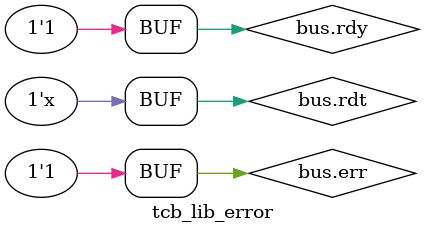
<source format=sv>

module tcb_lib_error (
  // system bus interface
  tcb_if.sub bus
);

////////////////////////////////////////////////////////////////////////////////
// TCB access
////////////////////////////////////////////////////////////////////////////////

// response is immediate
assign bus.rdy = 1'b1;

// data is don't care
assign bus.rdt = 'x;

// the response is always an error
assign bus.err = 1'b1;

endmodule: tcb_lib_error

</source>
